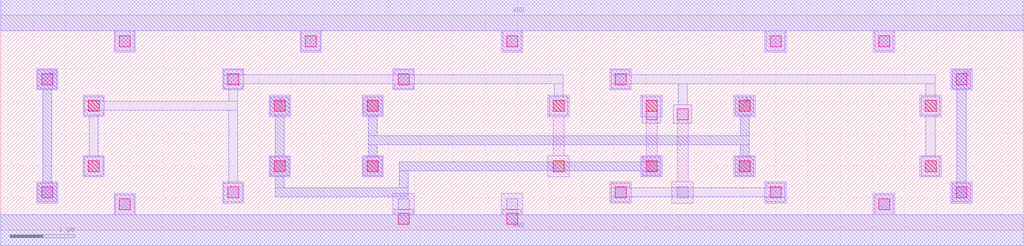
<source format=lef>
MACRO HAX1
 CLASS CORE ;
 FOREIGN HAX1 0 0 ;
 SIZE 15.84 BY 3.33 ;
 ORIGIN 0 0 ;
 SYMMETRY X Y R90 ;
 SITE unit ;
  PIN VDD
   DIRECTION INOUT ;
   USE POWER ;
   SHAPE ABUTMENT ;
    PORT
     CLASS CORE ;
       LAYER met1 ;
        RECT 0.00000000 3.09000000 15.84000000 3.57000000 ;
    END
  END VDD

  PIN GND
   DIRECTION INOUT ;
   USE POWER ;
   SHAPE ABUTMENT ;
    PORT
     CLASS CORE ;
       LAYER met1 ;
        RECT 0.00000000 -0.24000000 15.84000000 0.24000000 ;
    END
  END GND

  PIN YC
   DIRECTION INOUT ;
   USE SIGNAL ;
   SHAPE ABUTMENT ;
    PORT
     CLASS CORE ;
       LAYER met1 ;
        RECT 0.57500000 0.44000000 0.86500000 0.73000000 ;
        RECT 0.65000000 0.73000000 0.79000000 2.19500000 ;
        RECT 0.57500000 2.19500000 0.86500000 2.48500000 ;
    END
  END YC

  PIN YS
   DIRECTION INOUT ;
   USE SIGNAL ;
   SHAPE ABUTMENT ;
    PORT
     CLASS CORE ;
       LAYER met1 ;
        RECT 14.73500000 0.44000000 15.02500000 0.73000000 ;
        RECT 14.81000000 0.73000000 14.95000000 2.19500000 ;
        RECT 14.73500000 2.19500000 15.02500000 2.48500000 ;
    END
  END YS

  PIN B
   DIRECTION INOUT ;
   USE SIGNAL ;
   SHAPE ABUTMENT ;
    PORT
     CLASS CORE ;
       LAYER met1 ;
        RECT 4.25000000 0.51500000 6.31000000 0.65500000 ;
        RECT 4.25000000 0.65500000 4.39000000 0.84500000 ;
        RECT 6.17000000 0.65500000 6.31000000 0.92000000 ;
        RECT 9.93500000 0.84500000 10.22500000 0.92000000 ;
        RECT 6.17000000 0.92000000 10.22500000 1.06000000 ;
        RECT 4.17500000 0.84500000 4.46500000 1.13500000 ;
        RECT 9.93500000 1.06000000 10.22500000 1.13500000 ;
        RECT 4.25000000 1.13500000 4.39000000 1.78000000 ;
        RECT 4.17500000 1.78000000 4.46500000 2.07000000 ;
    END
  END B

  PIN A
   DIRECTION INOUT ;
   USE SIGNAL ;
   SHAPE ABUTMENT ;
    PORT
     CLASS CORE ;
       LAYER met1 ;
        RECT 5.61500000 0.84500000 5.90500000 1.13500000 ;
        RECT 11.37500000 0.84500000 11.66500000 1.13500000 ;
        RECT 5.69000000 1.13500000 5.83000000 1.32500000 ;
        RECT 11.45000000 1.13500000 11.59000000 1.32500000 ;
        RECT 5.69000000 1.32500000 11.59000000 1.46500000 ;
        RECT 5.69000000 1.46500000 5.83000000 1.78000000 ;
        RECT 11.45000000 1.46500000 11.59000000 1.78000000 ;
        RECT 5.61500000 1.78000000 5.90500000 2.07000000 ;
        RECT 11.37500000 1.78000000 11.66500000 2.07000000 ;
    END
  END A

 OBS
    LAYER polycont ;
     RECT 1.35500000 0.90500000 1.52500000 1.07500000 ;
     RECT 4.23500000 0.90500000 4.40500000 1.07500000 ;
     RECT 5.67500000 0.90500000 5.84500000 1.07500000 ;
     RECT 8.55500000 0.90500000 8.72500000 1.07500000 ;
     RECT 9.99500000 0.90500000 10.16500000 1.07500000 ;
     RECT 11.43500000 0.90500000 11.60500000 1.07500000 ;
     RECT 14.31500000 0.90500000 14.48500000 1.07500000 ;
     RECT 1.35500000 1.84000000 1.52500000 2.01000000 ;
     RECT 4.23500000 1.84000000 4.40500000 2.01000000 ;
     RECT 5.67500000 1.84000000 5.84500000 2.01000000 ;
     RECT 8.55500000 1.84000000 8.72500000 2.01000000 ;
     RECT 9.99500000 1.84000000 10.16500000 2.01000000 ;
     RECT 11.43500000 1.84000000 11.60500000 2.01000000 ;
     RECT 14.31500000 1.84000000 14.48500000 2.01000000 ;

    LAYER pdiffc ;
     RECT 0.63500000 2.25500000 0.80500000 2.42500000 ;
     RECT 3.51500000 2.25500000 3.68500000 2.42500000 ;
     RECT 6.15500000 2.25500000 6.32500000 2.42500000 ;
     RECT 9.51500000 2.25500000 9.68500000 2.42500000 ;
     RECT 14.79500000 2.25500000 14.96500000 2.42500000 ;
     RECT 1.83500000 2.84000000 2.00500000 3.01000000 ;
     RECT 4.71500000 2.84000000 4.88500000 3.01000000 ;
     RECT 7.83500000 2.84000000 8.00500000 3.01000000 ;
     RECT 11.91500000 2.84000000 12.08500000 3.01000000 ;
     RECT 13.59500000 2.84000000 13.76500000 3.01000000 ;

    LAYER ndiffc ;
     RECT 1.83500000 0.32000000 2.00500000 0.49000000 ;
     RECT 6.15500000 0.32000000 6.32500000 0.49000000 ;
     RECT 7.83500000 0.32000000 8.00500000 0.49000000 ;
     RECT 13.59500000 0.32000000 13.76500000 0.49000000 ;
     RECT 0.63500000 0.50000000 0.80500000 0.67000000 ;
     RECT 3.51500000 0.50000000 3.68500000 0.67000000 ;
     RECT 9.51500000 0.50000000 9.68500000 0.67000000 ;
     RECT 10.47500000 0.50000000 10.64500000 0.67000000 ;
     RECT 11.91500000 0.50000000 12.08500000 0.67000000 ;
     RECT 14.79500000 0.50000000 14.96500000 0.67000000 ;

    LAYER li1 ;
     RECT 1.75500000 0.24000000 2.08500000 0.57000000 ;
     RECT 6.15500000 0.09500000 6.32500000 0.24000000 ;
     RECT 6.07500000 0.24000000 6.40500000 0.57000000 ;
     RECT 7.83500000 0.09500000 8.00500000 0.24000000 ;
     RECT 7.75500000 0.24000000 8.08500000 0.57000000 ;
     RECT 13.51500000 0.24000000 13.84500000 0.57000000 ;
     RECT 0.55500000 0.42000000 0.88500000 0.75000000 ;
     RECT 3.43500000 0.42000000 3.76500000 0.75000000 ;
     RECT 9.43500000 0.42000000 9.76500000 0.75000000 ;
     RECT 11.83500000 0.42000000 12.16500000 0.75000000 ;
     RECT 14.71500000 0.42000000 15.04500000 0.75000000 ;
     RECT 1.27500000 0.82500000 1.60500000 1.15500000 ;
     RECT 4.15500000 0.82500000 4.48500000 1.15500000 ;
     RECT 5.59500000 0.82500000 5.92500000 1.15500000 ;
     RECT 11.35500000 0.82500000 11.68500000 1.15500000 ;
     RECT 14.23500000 0.82500000 14.56500000 1.15500000 ;
     RECT 10.39500000 0.42000000 10.72500000 0.75000000 ;
     RECT 10.47500000 0.75000000 10.64500000 1.88500000 ;
     RECT 1.27500000 1.76000000 1.60500000 2.09000000 ;
     RECT 4.15500000 1.76000000 4.48500000 2.09000000 ;
     RECT 5.59500000 1.76000000 5.92500000 2.09000000 ;
     RECT 8.47500000 0.82500000 8.80500000 1.15500000 ;
     RECT 8.55500000 1.15500000 8.72500000 1.76000000 ;
     RECT 8.47500000 1.76000000 8.80500000 2.09000000 ;
     RECT 9.91500000 0.82500000 10.24500000 1.15500000 ;
     RECT 9.99500000 1.15500000 10.16500000 1.76000000 ;
     RECT 9.91500000 1.76000000 10.24500000 2.09000000 ;
     RECT 11.35500000 1.76000000 11.68500000 2.09000000 ;
     RECT 14.23500000 1.76000000 14.56500000 2.09000000 ;
     RECT 0.55500000 2.17500000 0.88500000 2.50500000 ;
     RECT 3.43500000 2.17500000 3.76500000 2.50500000 ;
     RECT 6.07500000 2.17500000 6.40500000 2.50500000 ;
     RECT 9.43500000 2.17500000 9.76500000 2.50500000 ;
     RECT 14.71500000 2.17500000 15.04500000 2.50500000 ;
     RECT 1.75500000 2.76000000 2.08500000 3.09000000 ;
     RECT 4.63500000 2.76000000 4.96500000 3.09000000 ;
     RECT 7.75500000 2.76000000 8.08500000 3.09000000 ;
     RECT 11.83500000 2.76000000 12.16500000 3.09000000 ;
     RECT 13.51500000 2.76000000 13.84500000 3.09000000 ;

    LAYER viali ;
     RECT 6.15500000 0.09500000 6.32500000 0.26500000 ;
     RECT 7.83500000 0.09500000 8.00500000 0.26500000 ;
     RECT 1.83500000 0.32000000 2.00500000 0.49000000 ;
     RECT 13.59500000 0.32000000 13.76500000 0.49000000 ;
     RECT 0.63500000 0.50000000 0.80500000 0.67000000 ;
     RECT 3.51500000 0.50000000 3.68500000 0.67000000 ;
     RECT 9.51500000 0.50000000 9.68500000 0.67000000 ;
     RECT 11.91500000 0.50000000 12.08500000 0.67000000 ;
     RECT 14.79500000 0.50000000 14.96500000 0.67000000 ;
     RECT 1.35500000 0.90500000 1.52500000 1.07500000 ;
     RECT 4.23500000 0.90500000 4.40500000 1.07500000 ;
     RECT 5.67500000 0.90500000 5.84500000 1.07500000 ;
     RECT 9.99500000 0.90500000 10.16500000 1.07500000 ;
     RECT 11.43500000 0.90500000 11.60500000 1.07500000 ;
     RECT 14.31500000 0.90500000 14.48500000 1.07500000 ;
     RECT 10.47500000 1.71500000 10.64500000 1.88500000 ;
     RECT 1.35500000 1.84000000 1.52500000 2.01000000 ;
     RECT 4.23500000 1.84000000 4.40500000 2.01000000 ;
     RECT 5.67500000 1.84000000 5.84500000 2.01000000 ;
     RECT 8.55500000 1.84000000 8.72500000 2.01000000 ;
     RECT 9.99500000 1.71500000 10.16500000 2.01000000 ;
     RECT 11.43500000 1.84000000 11.60500000 2.01000000 ;
     RECT 14.31500000 1.84000000 14.48500000 2.01000000 ;
     RECT 0.63500000 2.25500000 0.80500000 2.42500000 ;
     RECT 3.51500000 2.25500000 3.68500000 2.42500000 ;
     RECT 6.15500000 2.25500000 6.32500000 2.42500000 ;
     RECT 9.51500000 2.25500000 9.68500000 2.42500000 ;
     RECT 14.79500000 2.25500000 14.96500000 2.42500000 ;
     RECT 1.83500000 2.84000000 2.00500000 3.01000000 ;
     RECT 4.71500000 2.84000000 4.88500000 3.01000000 ;
     RECT 7.83500000 2.84000000 8.00500000 3.01000000 ;
     RECT 11.91500000 2.84000000 12.08500000 3.01000000 ;
     RECT 13.59500000 2.84000000 13.76500000 3.01000000 ;

    LAYER met1 ;
     RECT 0.00000000 -0.24000000 15.84000000 0.24000000 ;
     RECT 6.09500000 0.24000000 6.38500000 0.32500000 ;
     RECT 7.77500000 0.24000000 8.06500000 0.32500000 ;
     RECT 1.77500000 0.24000000 2.06500000 0.55000000 ;
     RECT 13.53500000 0.24000000 13.82500000 0.55000000 ;
     RECT 9.45500000 0.44000000 9.74500000 0.51500000 ;
     RECT 11.85500000 0.44000000 12.14500000 0.51500000 ;
     RECT 9.45500000 0.51500000 12.14500000 0.65500000 ;
     RECT 9.45500000 0.65500000 9.74500000 0.73000000 ;
     RECT 11.85500000 0.65500000 12.14500000 0.73000000 ;
     RECT 4.25000000 0.51500000 6.31000000 0.65500000 ;
     RECT 4.25000000 0.65500000 4.39000000 0.84500000 ;
     RECT 6.17000000 0.65500000 6.31000000 0.92000000 ;
     RECT 9.93500000 0.84500000 10.22500000 0.92000000 ;
     RECT 6.17000000 0.92000000 10.22500000 1.06000000 ;
     RECT 4.17500000 0.84500000 4.46500000 1.13500000 ;
     RECT 9.93500000 1.06000000 10.22500000 1.13500000 ;
     RECT 4.25000000 1.13500000 4.39000000 1.78000000 ;
     RECT 4.17500000 1.78000000 4.46500000 2.07000000 ;
     RECT 9.93500000 1.65500000 10.22500000 2.07000000 ;
     RECT 5.61500000 0.84500000 5.90500000 1.13500000 ;
     RECT 11.37500000 0.84500000 11.66500000 1.13500000 ;
     RECT 5.69000000 1.13500000 5.83000000 1.32500000 ;
     RECT 11.45000000 1.13500000 11.59000000 1.32500000 ;
     RECT 5.69000000 1.32500000 11.59000000 1.46500000 ;
     RECT 5.69000000 1.46500000 5.83000000 1.78000000 ;
     RECT 11.45000000 1.46500000 11.59000000 1.78000000 ;
     RECT 5.61500000 1.78000000 5.90500000 2.07000000 ;
     RECT 11.37500000 1.78000000 11.66500000 2.07000000 ;
     RECT 0.57500000 0.44000000 0.86500000 0.73000000 ;
     RECT 0.65000000 0.73000000 0.79000000 2.19500000 ;
     RECT 0.57500000 2.19500000 0.86500000 2.48500000 ;
     RECT 3.45500000 0.44000000 3.74500000 0.73000000 ;
     RECT 1.29500000 0.84500000 1.58500000 1.13500000 ;
     RECT 1.37000000 1.13500000 1.51000000 1.78000000 ;
     RECT 1.29500000 1.78000000 1.58500000 1.85500000 ;
     RECT 3.53000000 0.73000000 3.67000000 1.85500000 ;
     RECT 1.29500000 1.85500000 3.67000000 1.99500000 ;
     RECT 1.29500000 1.99500000 1.58500000 2.07000000 ;
     RECT 8.49500000 1.78000000 8.78500000 2.07000000 ;
     RECT 3.53000000 1.99500000 3.67000000 2.19500000 ;
     RECT 3.45500000 2.19500000 3.74500000 2.27000000 ;
     RECT 6.09500000 2.19500000 6.38500000 2.27000000 ;
     RECT 8.57000000 2.07000000 8.71000000 2.27000000 ;
     RECT 3.45500000 2.27000000 8.71000000 2.41000000 ;
     RECT 3.45500000 2.41000000 3.74500000 2.48500000 ;
     RECT 6.09500000 2.41000000 6.38500000 2.48500000 ;
     RECT 14.25500000 0.84500000 14.54500000 1.13500000 ;
     RECT 14.33000000 1.13500000 14.47000000 1.78000000 ;
     RECT 10.41500000 1.65500000 10.70500000 1.94500000 ;
     RECT 14.25500000 1.78000000 14.54500000 2.07000000 ;
     RECT 9.45500000 2.19500000 9.74500000 2.27000000 ;
     RECT 10.49000000 1.94500000 10.63000000 2.27000000 ;
     RECT 14.33000000 2.07000000 14.47000000 2.27000000 ;
     RECT 9.45500000 2.27000000 14.47000000 2.41000000 ;
     RECT 9.45500000 2.41000000 9.74500000 2.48500000 ;
     RECT 14.73500000 0.44000000 15.02500000 0.73000000 ;
     RECT 14.81000000 0.73000000 14.95000000 2.19500000 ;
     RECT 14.73500000 2.19500000 15.02500000 2.48500000 ;
     RECT 1.77500000 2.78000000 2.06500000 3.09000000 ;
     RECT 4.65500000 2.78000000 4.94500000 3.09000000 ;
     RECT 7.77500000 2.78000000 8.06500000 3.09000000 ;
     RECT 11.85500000 2.78000000 12.14500000 3.09000000 ;
     RECT 13.53500000 2.78000000 13.82500000 3.09000000 ;
     RECT 0.00000000 3.09000000 15.84000000 3.57000000 ;

 END
END HAX1

</source>
